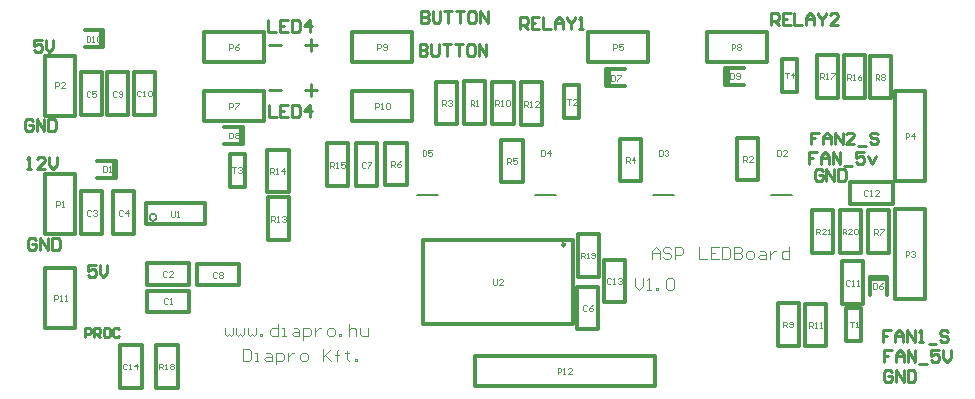
<source format=gto>
%FSLAX25Y25*%
%MOIN*%
G70*
G01*
G75*
G04 Layer_Color=65535*
%ADD10R,0.04921X0.06299*%
%ADD11R,0.05118X0.03937*%
%ADD12R,0.03937X0.05118*%
%ADD13R,0.07284X0.04724*%
%ADD14O,0.02362X0.08661*%
%ADD15R,0.02362X0.08661*%
%ADD16R,0.04724X0.02559*%
%ADD17R,0.02362X0.09449*%
%ADD18O,0.02362X0.09449*%
%ADD19R,0.06299X0.04921*%
G04:AMPARAMS|DCode=20|XSize=157.48mil|YSize=59.06mil|CornerRadius=14.76mil|HoleSize=0mil|Usage=FLASHONLY|Rotation=0.000|XOffset=0mil|YOffset=0mil|HoleType=Round|Shape=RoundedRectangle|*
%AMROUNDEDRECTD20*
21,1,0.15748,0.02953,0,0,0.0*
21,1,0.12795,0.05906,0,0,0.0*
1,1,0.02953,0.06398,-0.01476*
1,1,0.02953,-0.06398,-0.01476*
1,1,0.02953,-0.06398,0.01476*
1,1,0.02953,0.06398,0.01476*
%
%ADD20ROUNDEDRECTD20*%
G04:AMPARAMS|DCode=21|XSize=157.48mil|YSize=59.06mil|CornerRadius=14.76mil|HoleSize=0mil|Usage=FLASHONLY|Rotation=90.000|XOffset=0mil|YOffset=0mil|HoleType=Round|Shape=RoundedRectangle|*
%AMROUNDEDRECTD21*
21,1,0.15748,0.02953,0,0,90.0*
21,1,0.12795,0.05906,0,0,90.0*
1,1,0.02953,0.01476,0.06398*
1,1,0.02953,0.01476,-0.06398*
1,1,0.02953,-0.01476,-0.06398*
1,1,0.02953,-0.01476,0.06398*
%
%ADD21ROUNDEDRECTD21*%
%ADD22C,0.01000*%
%ADD23C,0.01200*%
%ADD24C,0.02000*%
%ADD25C,0.03937*%
%ADD26C,0.00394*%
G04:AMPARAMS|DCode=27|XSize=78.74mil|YSize=60mil|CornerRadius=0mil|HoleSize=0mil|Usage=FLASHONLY|Rotation=0.000|XOffset=0mil|YOffset=0mil|HoleType=Round|Shape=Octagon|*
%AMOCTAGOND27*
4,1,8,0.03937,-0.01500,0.03937,0.01500,0.02437,0.03000,-0.02437,0.03000,-0.03937,0.01500,-0.03937,-0.01500,-0.02437,-0.03000,0.02437,-0.03000,0.03937,-0.01500,0.0*
%
%ADD27OCTAGOND27*%

%ADD28R,0.05906X0.05906*%
%ADD29C,0.05906*%
%ADD30R,0.05906X0.05906*%
%ADD31C,0.06000*%
%ADD32C,0.05000*%
%ADD33C,0.00984*%
%ADD34C,0.00787*%
D22*
X-229700Y273136D02*
Y269200D01*
X-227076D01*
X-223140Y273136D02*
X-225764D01*
Y269200D01*
X-223140D01*
X-225764Y271168D02*
X-224452D01*
X-221829Y273136D02*
Y269200D01*
X-219861D01*
X-219205Y269856D01*
Y272480D01*
X-219861Y273136D01*
X-221829D01*
X-215925Y269200D02*
Y273136D01*
X-217893Y271168D01*
X-215269D01*
X-310200Y251900D02*
X-308888D01*
X-309544D01*
Y255836D01*
X-310200Y255180D01*
X-304296Y251900D02*
X-306920D01*
X-304296Y254524D01*
Y255180D01*
X-304952Y255836D01*
X-306264D01*
X-306920Y255180D01*
X-302984Y255836D02*
Y253212D01*
X-301673Y251900D01*
X-300361Y253212D01*
Y255836D01*
X-21976Y184180D02*
X-22632Y184836D01*
X-23944D01*
X-24600Y184180D01*
Y181556D01*
X-23944Y180900D01*
X-22632D01*
X-21976Y181556D01*
Y182868D01*
X-23288D01*
X-20664Y180900D02*
Y184836D01*
X-18040Y180900D01*
Y184836D01*
X-16728D02*
Y180900D01*
X-14761D01*
X-14105Y181556D01*
Y184180D01*
X-14761Y184836D01*
X-16728D01*
X-21976Y191636D02*
X-24600D01*
Y189668D01*
X-23288D01*
X-24600D01*
Y187700D01*
X-20664D02*
Y190324D01*
X-19352Y191636D01*
X-18040Y190324D01*
Y187700D01*
Y189668D01*
X-20664D01*
X-16728Y187700D02*
Y191636D01*
X-14105Y187700D01*
Y191636D01*
X-12793Y187044D02*
X-10169D01*
X-6233Y191636D02*
X-8857D01*
Y189668D01*
X-7545Y190324D01*
X-6889D01*
X-6233Y189668D01*
Y188356D01*
X-6889Y187700D01*
X-8201D01*
X-8857Y188356D01*
X-4921Y191636D02*
Y189012D01*
X-3609Y187700D01*
X-2297Y189012D01*
Y191636D01*
X-22176Y198136D02*
X-24800D01*
Y196168D01*
X-23488D01*
X-24800D01*
Y194200D01*
X-20864D02*
Y196824D01*
X-19552Y198136D01*
X-18240Y196824D01*
Y194200D01*
Y196168D01*
X-20864D01*
X-16928Y194200D02*
Y198136D01*
X-14305Y194200D01*
Y198136D01*
X-12993Y194200D02*
X-11681D01*
X-12337D01*
Y198136D01*
X-12993Y197480D01*
X-9713Y193544D02*
X-7089D01*
X-3153Y197480D02*
X-3809Y198136D01*
X-5121D01*
X-5777Y197480D01*
Y196824D01*
X-5121Y196168D01*
X-3809D01*
X-3153Y195512D01*
Y194856D01*
X-3809Y194200D01*
X-5121D01*
X-5777Y194856D01*
X-45076Y251180D02*
X-45732Y251836D01*
X-47044D01*
X-47700Y251180D01*
Y248556D01*
X-47044Y247900D01*
X-45732D01*
X-45076Y248556D01*
Y249868D01*
X-46388D01*
X-43764Y247900D02*
Y251836D01*
X-41140Y247900D01*
Y251836D01*
X-39829D02*
Y247900D01*
X-37861D01*
X-37205Y248556D01*
Y251180D01*
X-37861Y251836D01*
X-39829D01*
X-46976Y257636D02*
X-49600D01*
Y255668D01*
X-48288D01*
X-49600D01*
Y253700D01*
X-45664D02*
Y256324D01*
X-44352Y257636D01*
X-43040Y256324D01*
Y253700D01*
Y255668D01*
X-45664D01*
X-41728Y253700D02*
Y257636D01*
X-39105Y253700D01*
Y257636D01*
X-37793Y253044D02*
X-35169D01*
X-31233Y257636D02*
X-33857D01*
Y255668D01*
X-32545Y256324D01*
X-31889D01*
X-31233Y255668D01*
Y254356D01*
X-31889Y253700D01*
X-33201D01*
X-33857Y254356D01*
X-29921Y256324D02*
X-28609Y253700D01*
X-27297Y256324D01*
X-46276Y264071D02*
X-48900D01*
Y262104D01*
X-47588D01*
X-48900D01*
Y260136D01*
X-44964D02*
Y262760D01*
X-43652Y264071D01*
X-42340Y262760D01*
Y260136D01*
Y262104D01*
X-44964D01*
X-41028Y260136D02*
Y264071D01*
X-38405Y260136D01*
Y264071D01*
X-34469Y260136D02*
X-37093D01*
X-34469Y262760D01*
Y263416D01*
X-35125Y264071D01*
X-36437D01*
X-37093Y263416D01*
X-33157Y259480D02*
X-30533D01*
X-26597Y263416D02*
X-27253Y264071D01*
X-28565D01*
X-29221Y263416D01*
Y262760D01*
X-28565Y262104D01*
X-27253D01*
X-26597Y261448D01*
Y260792D01*
X-27253Y260136D01*
X-28565D01*
X-29221Y260792D01*
X-62300Y300000D02*
Y303936D01*
X-60332D01*
X-59676Y303280D01*
Y301968D01*
X-60332Y301312D01*
X-62300D01*
X-60988D02*
X-59676Y300000D01*
X-55740Y303936D02*
X-58364D01*
Y300000D01*
X-55740D01*
X-58364Y301968D02*
X-57052D01*
X-54428Y303936D02*
Y300000D01*
X-51805D01*
X-50493D02*
Y302624D01*
X-49181Y303936D01*
X-47869Y302624D01*
Y300000D01*
Y301968D01*
X-50493D01*
X-46557Y303936D02*
Y303280D01*
X-45245Y301968D01*
X-43933Y303280D01*
Y303936D01*
X-45245Y301968D02*
Y300000D01*
X-39998D02*
X-42621D01*
X-39998Y302624D01*
Y303280D01*
X-40653Y303936D01*
X-41965D01*
X-42621Y303280D01*
X-146000Y298600D02*
Y302536D01*
X-144032D01*
X-143376Y301880D01*
Y300568D01*
X-144032Y299912D01*
X-146000D01*
X-144688D02*
X-143376Y298600D01*
X-139440Y302536D02*
X-142064D01*
Y298600D01*
X-139440D01*
X-142064Y300568D02*
X-140752D01*
X-138128Y302536D02*
Y298600D01*
X-135505D01*
X-134193D02*
Y301224D01*
X-132881Y302536D01*
X-131569Y301224D01*
Y298600D01*
Y300568D01*
X-134193D01*
X-130257Y302536D02*
Y301880D01*
X-128945Y300568D01*
X-127633Y301880D01*
Y302536D01*
X-128945Y300568D02*
Y298600D01*
X-126321D02*
X-125009D01*
X-125665D01*
Y302536D01*
X-126321Y301880D01*
X-179400Y293636D02*
Y289700D01*
X-177432D01*
X-176776Y290356D01*
Y291012D01*
X-177432Y291668D01*
X-179400D01*
X-177432D01*
X-176776Y292324D01*
Y292980D01*
X-177432Y293636D01*
X-179400D01*
X-175464D02*
Y290356D01*
X-174808Y289700D01*
X-173496D01*
X-172840Y290356D01*
Y293636D01*
X-171528D02*
X-168905D01*
X-170217D01*
Y289700D01*
X-167593Y293636D02*
X-164969D01*
X-166281D01*
Y289700D01*
X-161689Y293636D02*
X-163001D01*
X-163657Y292980D01*
Y290356D01*
X-163001Y289700D01*
X-161689D01*
X-161033Y290356D01*
Y292980D01*
X-161689Y293636D01*
X-159721Y289700D02*
Y293636D01*
X-157097Y289700D01*
Y293636D01*
X-291000Y195800D02*
Y198949D01*
X-289426D01*
X-288901Y198424D01*
Y197374D01*
X-289426Y196850D01*
X-291000D01*
X-287851Y195800D02*
Y198949D01*
X-286277D01*
X-285752Y198424D01*
Y197374D01*
X-286277Y196850D01*
X-287851D01*
X-286802D02*
X-285752Y195800D01*
X-283128Y198949D02*
X-284178D01*
X-284703Y198424D01*
Y196325D01*
X-284178Y195800D01*
X-283128D01*
X-282604Y196325D01*
Y198424D01*
X-283128Y198949D01*
X-279455Y198424D02*
X-279980Y198949D01*
X-281030D01*
X-281554Y198424D01*
Y196325D01*
X-281030Y195800D01*
X-279980D01*
X-279455Y196325D01*
X-287376Y219836D02*
X-290000D01*
Y217868D01*
X-288688Y218524D01*
X-288032D01*
X-287376Y217868D01*
Y216556D01*
X-288032Y215900D01*
X-289344D01*
X-290000Y216556D01*
X-286064Y219836D02*
Y217212D01*
X-284752Y215900D01*
X-283440Y217212D01*
Y219836D01*
X-307176Y228280D02*
X-307832Y228936D01*
X-309144D01*
X-309800Y228280D01*
Y225656D01*
X-309144Y225000D01*
X-307832D01*
X-307176Y225656D01*
Y226968D01*
X-308488D01*
X-305864Y225000D02*
Y228936D01*
X-303240Y225000D01*
Y228936D01*
X-301928D02*
Y225000D01*
X-299961D01*
X-299305Y225656D01*
Y228280D01*
X-299961Y228936D01*
X-301928D01*
X-308376Y267880D02*
X-309032Y268536D01*
X-310344D01*
X-311000Y267880D01*
Y265256D01*
X-310344Y264600D01*
X-309032D01*
X-308376Y265256D01*
Y266568D01*
X-309688D01*
X-307064Y264600D02*
Y268536D01*
X-304440Y264600D01*
Y268536D01*
X-303129D02*
Y264600D01*
X-301161D01*
X-300505Y265256D01*
Y267880D01*
X-301161Y268536D01*
X-303129D01*
X-305376Y294936D02*
X-308000D01*
Y292968D01*
X-306688Y293624D01*
X-306032D01*
X-305376Y292968D01*
Y291656D01*
X-306032Y291000D01*
X-307344D01*
X-308000Y291656D01*
X-304064Y294936D02*
Y292312D01*
X-302752Y291000D01*
X-301440Y292312D01*
Y294936D01*
X-229500Y278399D02*
X-225501D01*
X-217504D02*
X-213505D01*
X-215505Y280398D02*
Y276400D01*
X-229600Y293199D02*
X-225601D01*
X-217604D02*
X-213605D01*
X-215604Y295198D02*
Y291200D01*
X-179000Y304636D02*
Y300700D01*
X-177032D01*
X-176376Y301356D01*
Y302012D01*
X-177032Y302668D01*
X-179000D01*
X-177032D01*
X-176376Y303324D01*
Y303980D01*
X-177032Y304636D01*
X-179000D01*
X-175064D02*
Y301356D01*
X-174408Y300700D01*
X-173096D01*
X-172440Y301356D01*
Y304636D01*
X-171128D02*
X-168505D01*
X-169817D01*
Y300700D01*
X-167193Y304636D02*
X-164569D01*
X-165881D01*
Y300700D01*
X-161289Y304636D02*
X-162601D01*
X-163257Y303980D01*
Y301356D01*
X-162601Y300700D01*
X-161289D01*
X-160633Y301356D01*
Y303980D01*
X-161289Y304636D01*
X-159321Y300700D02*
Y304636D01*
X-156697Y300700D01*
Y304636D01*
X-229800Y301636D02*
Y297700D01*
X-227176D01*
X-223240Y301636D02*
X-225864D01*
Y297700D01*
X-223240D01*
X-225864Y299668D02*
X-224552D01*
X-221929Y301636D02*
Y297700D01*
X-219961D01*
X-219305Y298356D01*
Y300980D01*
X-219961Y301636D01*
X-221929D01*
X-216025Y297700D02*
Y301636D01*
X-217993Y299668D01*
X-215369D01*
D23*
X-291050Y298156D02*
X-284750D01*
X-291050Y292644D02*
X-284750D01*
Y298156D01*
X-285498Y292644D02*
Y298156D01*
X-117843Y207513D02*
Y221687D01*
X-110757D01*
Y207513D02*
Y221687D01*
X-117843Y207513D02*
X-110757D01*
X-38643Y206913D02*
Y221087D01*
X-31557D01*
Y206913D02*
Y221087D01*
X-38643Y206913D02*
X-31557D01*
X-35787Y240357D02*
X-21613D01*
X-35787D02*
Y247443D01*
X-21613D01*
Y240357D02*
Y247443D01*
X-283643Y269913D02*
Y284087D01*
X-276557D01*
Y269913D02*
Y284087D01*
X-283643Y269913D02*
X-276557D01*
X-274643Y270013D02*
Y284187D01*
X-267557D01*
Y270013D02*
Y284187D01*
X-274643Y270013D02*
X-267557D01*
X-253587Y220243D02*
X-239413D01*
Y213157D02*
Y220243D01*
X-253587Y213157D02*
X-239413D01*
X-253587D02*
Y220243D01*
X-279143Y179013D02*
Y193187D01*
X-272057D01*
Y179013D02*
Y193187D01*
X-279143Y179013D02*
X-272057D01*
X-178300Y200200D02*
Y228200D01*
X-128400Y200200D02*
Y228200D01*
X-178300Y200200D02*
X-128400D01*
X-178300Y228200D02*
X-128400D01*
X-200643Y246313D02*
X-193557D01*
Y260487D01*
X-200643D02*
X-193557D01*
X-200643Y246313D02*
Y260487D01*
X-77450Y280044D02*
X-71150D01*
X-77450Y285556D02*
X-71150D01*
X-77450Y280044D02*
Y285556D01*
X-76702Y280044D02*
Y285556D01*
X-20748Y247925D02*
Y277925D01*
Y247925D02*
X-10748D01*
Y277925D01*
X-20748D02*
X-10748D01*
X-304213Y198870D02*
X-294213D01*
X-304213D02*
Y218870D01*
X-294213D01*
Y198870D02*
Y218870D01*
X-160900Y179500D02*
Y189500D01*
X-100900Y179500D02*
Y189500D01*
X-160900Y179500D02*
X-100900D01*
X-160900Y189500D02*
X-100900D01*
X-58600Y288612D02*
X-53600D01*
X-58600Y277588D02*
X-53600D01*
X-58600D02*
Y288612D01*
X-53600Y277588D02*
Y288612D01*
X-270592Y233457D02*
X-250907D01*
X-270592Y240543D02*
X-250907D01*
X-270592Y233457D02*
Y240543D01*
X-250907Y233457D02*
Y240543D01*
X-22257Y275413D02*
Y289587D01*
X-29343Y275413D02*
X-22257D01*
X-29343D02*
Y289587D01*
X-22257D01*
X-242700Y257012D02*
X-237700D01*
X-242700Y245988D02*
X-237700D01*
X-242700D02*
Y257012D01*
X-237700Y245988D02*
Y257012D01*
X-131200Y268788D02*
X-126200D01*
X-131200Y279812D02*
X-126200D01*
Y268788D02*
Y279812D01*
X-131200Y268788D02*
Y279812D01*
X-37100Y194588D02*
X-32100D01*
X-37100Y205612D02*
X-32100D01*
Y194588D02*
Y205612D01*
X-37100Y194588D02*
Y205612D01*
X-39857Y275713D02*
Y289887D01*
X-46943Y275713D02*
X-39857D01*
X-46943D02*
Y289887D01*
X-39857D01*
X-30957Y275613D02*
Y289787D01*
X-38043Y275613D02*
X-30957D01*
X-38043D02*
Y289787D01*
X-30957D01*
X-223057Y244113D02*
Y258287D01*
X-230143Y244113D02*
X-223057D01*
X-230143D02*
Y258287D01*
X-223057D01*
X-222857Y228313D02*
Y242487D01*
X-229943Y228313D02*
X-222857D01*
X-229943D02*
Y242487D01*
X-222857D01*
X-145543Y266613D02*
Y280787D01*
X-138457D01*
Y266613D02*
Y280787D01*
X-145543Y266613D02*
X-138457D01*
X-51043Y192813D02*
Y206987D01*
X-43957D01*
Y192813D02*
Y206987D01*
X-51043Y192813D02*
X-43957D01*
X-148057Y266813D02*
Y280987D01*
X-155143Y266813D02*
X-148057D01*
X-155143D02*
Y280987D01*
X-148057D01*
X-52957Y193013D02*
Y207187D01*
X-60043Y193013D02*
X-52957D01*
X-60043D02*
Y207187D01*
X-52957D01*
X-22857Y223913D02*
Y238087D01*
X-29943Y223913D02*
X-22857D01*
X-29943D02*
Y238087D01*
X-22857D01*
X-183707Y246463D02*
Y260637D01*
X-190793Y246463D02*
X-183707D01*
X-190793D02*
Y260637D01*
X-183707D01*
X-145057Y247413D02*
Y261587D01*
X-152143Y247413D02*
X-145057D01*
X-152143D02*
Y261587D01*
X-145057D01*
X-105557Y247813D02*
Y261987D01*
X-112643Y247813D02*
X-105557D01*
X-112643D02*
Y261987D01*
X-105557D01*
X-173843Y266863D02*
Y281037D01*
X-166757D01*
Y266863D02*
Y281037D01*
X-173843Y266863D02*
X-166757D01*
X-66457Y248113D02*
Y262287D01*
X-73543Y248113D02*
X-66457D01*
X-73543D02*
Y262287D01*
X-66457D01*
X-164643Y266913D02*
Y281087D01*
X-157557D01*
Y266913D02*
Y281087D01*
X-164643Y266913D02*
X-157557D01*
X-181850Y267925D02*
Y277925D01*
X-201850Y267925D02*
X-181850D01*
X-201850D02*
Y277925D01*
X-181850D01*
Y287610D02*
Y297610D01*
X-201850Y287610D02*
X-181850D01*
X-201850D02*
Y297610D01*
X-181850D01*
X-63740Y287610D02*
Y297610D01*
X-83740Y287610D02*
X-63740D01*
X-83740D02*
Y297610D01*
X-63740D01*
X-103110Y287610D02*
Y297610D01*
X-123110Y287610D02*
X-103110D01*
X-123110D02*
Y297610D01*
X-103110D01*
X-20748Y208555D02*
Y238555D01*
Y208555D02*
X-10748D01*
Y238555D01*
X-20748D02*
X-10748D01*
X-304213Y269736D02*
X-294213D01*
X-304213D02*
Y289736D01*
X-294213D01*
Y269736D02*
Y289736D01*
X-304213Y230366D02*
X-294213D01*
X-304213D02*
Y250366D01*
X-294213D01*
Y230366D02*
Y250366D01*
X-244550Y265856D02*
X-238250D01*
X-244550Y260344D02*
X-238250D01*
Y265856D01*
X-238998Y260344D02*
Y265856D01*
X-117150Y279644D02*
X-110850D01*
X-117150Y285156D02*
X-110850D01*
X-117150Y279644D02*
Y285156D01*
X-116402Y279644D02*
Y285156D01*
X-29256Y209750D02*
Y216050D01*
X-23744Y209750D02*
Y216050D01*
X-29256D02*
X-23744D01*
X-29256Y215302D02*
X-23744D01*
X-286750Y254556D02*
X-280450D01*
X-286750Y249044D02*
X-280450D01*
Y254556D01*
X-281198Y249044D02*
Y254556D01*
X-126943Y212587D02*
X-119857D01*
X-126943Y198413D02*
Y212587D01*
Y198413D02*
X-119857D01*
Y212587D01*
X-292343Y269913D02*
X-285257D01*
Y284087D01*
X-292343D02*
X-285257D01*
X-292343Y269913D02*
Y284087D01*
X-281543Y230313D02*
X-274457D01*
Y244487D01*
X-281543D02*
X-274457D01*
X-281543Y230313D02*
Y244487D01*
X-292243Y230313D02*
X-285157D01*
Y244487D01*
X-292243D02*
X-285157D01*
X-292243Y230313D02*
Y244487D01*
X-256113Y213357D02*
Y220443D01*
X-270287D02*
X-256113D01*
X-270287Y213357D02*
Y220443D01*
Y213357D02*
X-256113D01*
X-256213Y204257D02*
Y211343D01*
X-270387D02*
X-256213D01*
X-270387Y204257D02*
Y211343D01*
Y204257D02*
X-256213D01*
X-267143Y193187D02*
X-260057D01*
X-267143Y179013D02*
Y193187D01*
Y179013D02*
X-260057D01*
Y193187D01*
X-251220Y287610D02*
Y297610D01*
X-231221D01*
Y287610D02*
Y297610D01*
X-251220Y287610D02*
X-231221D01*
X-251220Y267925D02*
Y277925D01*
X-231221D01*
Y267925D02*
Y277925D01*
X-251220Y267925D02*
X-231221D01*
X-210243Y246313D02*
Y260487D01*
X-203157D01*
Y246313D02*
Y260487D01*
X-210243Y246313D02*
X-203157D01*
X-39343Y238187D02*
X-32257D01*
X-39343Y224013D02*
Y238187D01*
Y224013D02*
X-32257D01*
Y238187D01*
X-48543D02*
X-41457D01*
X-48543Y224013D02*
Y238187D01*
Y224013D02*
X-41457D01*
Y238187D01*
X-126743Y230187D02*
X-119657D01*
X-126743Y216013D02*
Y230187D01*
Y216013D02*
X-119657D01*
Y230187D01*
D26*
X-290400Y296368D02*
Y294400D01*
X-289416D01*
X-289088Y294728D01*
Y296040D01*
X-289416Y296368D01*
X-290400D01*
X-288432Y294400D02*
X-287776D01*
X-288104D01*
Y296368D01*
X-288432Y296040D01*
X-286792D02*
X-286464Y296368D01*
X-285808D01*
X-285480Y296040D01*
Y294728D01*
X-285808Y294400D01*
X-286464D01*
X-286792Y294728D01*
Y296040D01*
X-115488Y215240D02*
X-115816Y215568D01*
X-116472D01*
X-116800Y215240D01*
Y213928D01*
X-116472Y213600D01*
X-115816D01*
X-115488Y213928D01*
X-114832Y213600D02*
X-114176D01*
X-114504D01*
Y215568D01*
X-114832Y215240D01*
X-113192D02*
X-112864Y215568D01*
X-112208D01*
X-111880Y215240D01*
Y214912D01*
X-112208Y214584D01*
X-112536D01*
X-112208D01*
X-111880Y214256D01*
Y213928D01*
X-112208Y213600D01*
X-112864D01*
X-113192Y213928D01*
X-35888Y214640D02*
X-36216Y214968D01*
X-36872D01*
X-37200Y214640D01*
Y213328D01*
X-36872Y213000D01*
X-36216D01*
X-35888Y213328D01*
X-35232Y213000D02*
X-34576D01*
X-34904D01*
Y214968D01*
X-35232Y214640D01*
X-33592Y213000D02*
X-32936D01*
X-33264D01*
Y214968D01*
X-33592Y214640D01*
X-29888Y244540D02*
X-30216Y244868D01*
X-30872D01*
X-31200Y244540D01*
Y243228D01*
X-30872Y242900D01*
X-30216D01*
X-29888Y243228D01*
X-29232Y242900D02*
X-28576D01*
X-28904D01*
Y244868D01*
X-29232Y244540D01*
X-26280Y242900D02*
X-27592D01*
X-26280Y244212D01*
Y244540D01*
X-26608Y244868D01*
X-27264D01*
X-27592Y244540D01*
X-280388Y277640D02*
X-280716Y277968D01*
X-281372D01*
X-281700Y277640D01*
Y276328D01*
X-281372Y276000D01*
X-280716D01*
X-280388Y276328D01*
X-279732D02*
X-279404Y276000D01*
X-278748D01*
X-278420Y276328D01*
Y277640D01*
X-278748Y277968D01*
X-279404D01*
X-279732Y277640D01*
Y277312D01*
X-279404Y276984D01*
X-278420D01*
X-272288Y277740D02*
X-272616Y278068D01*
X-273272D01*
X-273600Y277740D01*
Y276428D01*
X-273272Y276100D01*
X-272616D01*
X-272288Y276428D01*
X-271632Y276100D02*
X-270976D01*
X-271304D01*
Y278068D01*
X-271632Y277740D01*
X-269992D02*
X-269664Y278068D01*
X-269008D01*
X-268680Y277740D01*
Y276428D01*
X-269008Y276100D01*
X-269664D01*
X-269992Y276428D01*
Y277740D01*
X-246788Y217340D02*
X-247116Y217668D01*
X-247772D01*
X-248100Y217340D01*
Y216028D01*
X-247772Y215700D01*
X-247116D01*
X-246788Y216028D01*
X-246132Y217340D02*
X-245804Y217668D01*
X-245148D01*
X-244820Y217340D01*
Y217012D01*
X-245148Y216684D01*
X-244820Y216356D01*
Y216028D01*
X-245148Y215700D01*
X-245804D01*
X-246132Y216028D01*
Y216356D01*
X-245804Y216684D01*
X-246132Y217012D01*
Y217340D01*
X-245804Y216684D02*
X-245148D01*
X-276788Y186740D02*
X-277116Y187068D01*
X-277772D01*
X-278100Y186740D01*
Y185428D01*
X-277772Y185100D01*
X-277116D01*
X-276788Y185428D01*
X-276132Y185100D02*
X-275476D01*
X-275804D01*
Y187068D01*
X-276132Y186740D01*
X-273508Y185100D02*
Y187068D01*
X-274492Y186084D01*
X-273180D01*
X-27400Y281500D02*
Y283468D01*
X-26416D01*
X-26088Y283140D01*
Y282484D01*
X-26416Y282156D01*
X-27400D01*
X-26744D02*
X-26088Y281500D01*
X-25432Y283140D02*
X-25104Y283468D01*
X-24448D01*
X-24120Y283140D01*
Y282812D01*
X-24448Y282484D01*
X-24120Y282156D01*
Y281828D01*
X-24448Y281500D01*
X-25104D01*
X-25432Y281828D01*
Y282156D01*
X-25104Y282484D01*
X-25432Y282812D01*
Y283140D01*
X-25104Y282484D02*
X-24448D01*
X-262100Y237968D02*
Y236328D01*
X-261772Y236000D01*
X-261116D01*
X-260788Y236328D01*
Y237968D01*
X-260132Y236000D02*
X-259476D01*
X-259804D01*
Y237968D01*
X-260132Y237640D01*
X-57700Y284068D02*
X-56388D01*
X-57044D01*
Y282100D01*
X-54748D02*
Y284068D01*
X-55732Y283084D01*
X-54420D01*
X-241800Y252468D02*
X-240488D01*
X-241144D01*
Y250500D01*
X-239832Y252140D02*
X-239504Y252468D01*
X-238848D01*
X-238520Y252140D01*
Y251812D01*
X-238848Y251484D01*
X-239176D01*
X-238848D01*
X-238520Y251156D01*
Y250828D01*
X-238848Y250500D01*
X-239504D01*
X-239832Y250828D01*
X-130300Y275268D02*
X-128988D01*
X-129644D01*
Y273300D01*
X-127020D02*
X-128332D01*
X-127020Y274612D01*
Y274940D01*
X-127348Y275268D01*
X-128004D01*
X-128332Y274940D01*
X-35900Y201068D02*
X-34588D01*
X-35244D01*
Y199100D01*
X-33932D02*
X-33276D01*
X-33604D01*
Y201068D01*
X-33932Y200740D01*
X-45900Y281800D02*
Y283768D01*
X-44916D01*
X-44588Y283440D01*
Y282784D01*
X-44916Y282456D01*
X-45900D01*
X-45244D02*
X-44588Y281800D01*
X-43932D02*
X-43276D01*
X-43604D01*
Y283768D01*
X-43932Y283440D01*
X-42292Y283768D02*
X-40980D01*
Y283440D01*
X-42292Y282128D01*
Y281800D01*
X-37000Y281700D02*
Y283668D01*
X-36016D01*
X-35688Y283340D01*
Y282684D01*
X-36016Y282356D01*
X-37000D01*
X-36344D02*
X-35688Y281700D01*
X-35032D02*
X-34376D01*
X-34704D01*
Y283668D01*
X-35032Y283340D01*
X-32080Y283668D02*
X-32736Y283340D01*
X-33392Y282684D01*
Y282028D01*
X-33064Y281700D01*
X-32408D01*
X-32080Y282028D01*
Y282356D01*
X-32408Y282684D01*
X-33392D01*
X-209200Y252400D02*
Y254368D01*
X-208216D01*
X-207888Y254040D01*
Y253384D01*
X-208216Y253056D01*
X-209200D01*
X-208544D02*
X-207888Y252400D01*
X-207232D02*
X-206576D01*
X-206904D01*
Y254368D01*
X-207232Y254040D01*
X-204280Y254368D02*
X-205592D01*
Y253384D01*
X-204936Y253712D01*
X-204608D01*
X-204280Y253384D01*
Y252728D01*
X-204608Y252400D01*
X-205264D01*
X-205592Y252728D01*
X-229100Y250200D02*
Y252168D01*
X-228116D01*
X-227788Y251840D01*
Y251184D01*
X-228116Y250856D01*
X-229100D01*
X-228444D02*
X-227788Y250200D01*
X-227132D02*
X-226476D01*
X-226804D01*
Y252168D01*
X-227132Y251840D01*
X-224508Y250200D02*
Y252168D01*
X-225492Y251184D01*
X-224180D01*
X-228900Y234400D02*
Y236368D01*
X-227916D01*
X-227588Y236040D01*
Y235384D01*
X-227916Y235056D01*
X-228900D01*
X-228244D02*
X-227588Y234400D01*
X-226932D02*
X-226276D01*
X-226604D01*
Y236368D01*
X-226932Y236040D01*
X-225292D02*
X-224964Y236368D01*
X-224308D01*
X-223980Y236040D01*
Y235712D01*
X-224308Y235384D01*
X-224636D01*
X-224308D01*
X-223980Y235056D01*
Y234728D01*
X-224308Y234400D01*
X-224964D01*
X-225292Y234728D01*
X-144500Y272700D02*
Y274668D01*
X-143516D01*
X-143188Y274340D01*
Y273684D01*
X-143516Y273356D01*
X-144500D01*
X-143844D02*
X-143188Y272700D01*
X-142532D02*
X-141876D01*
X-142204D01*
Y274668D01*
X-142532Y274340D01*
X-139580Y272700D02*
X-140892D01*
X-139580Y274012D01*
Y274340D01*
X-139908Y274668D01*
X-140564D01*
X-140892Y274340D01*
X-49600Y198900D02*
Y200868D01*
X-48616D01*
X-48288Y200540D01*
Y199884D01*
X-48616Y199556D01*
X-49600D01*
X-48944D02*
X-48288Y198900D01*
X-47632D02*
X-46976D01*
X-47304D01*
Y200868D01*
X-47632Y200540D01*
X-45992Y198900D02*
X-45336D01*
X-45664D01*
Y200868D01*
X-45992Y200540D01*
X-154100Y272900D02*
Y274868D01*
X-153116D01*
X-152788Y274540D01*
Y273884D01*
X-153116Y273556D01*
X-154100D01*
X-153444D02*
X-152788Y272900D01*
X-152132D02*
X-151476D01*
X-151804D01*
Y274868D01*
X-152132Y274540D01*
X-150492D02*
X-150164Y274868D01*
X-149508D01*
X-149180Y274540D01*
Y273228D01*
X-149508Y272900D01*
X-150164D01*
X-150492Y273228D01*
Y274540D01*
X-58100Y199100D02*
Y201068D01*
X-57116D01*
X-56788Y200740D01*
Y200084D01*
X-57116Y199756D01*
X-58100D01*
X-57444D02*
X-56788Y199100D01*
X-56132Y199428D02*
X-55804Y199100D01*
X-55148D01*
X-54820Y199428D01*
Y200740D01*
X-55148Y201068D01*
X-55804D01*
X-56132Y200740D01*
Y200412D01*
X-55804Y200084D01*
X-54820D01*
X-28000Y230000D02*
Y231968D01*
X-27016D01*
X-26688Y231640D01*
Y230984D01*
X-27016Y230656D01*
X-28000D01*
X-27344D02*
X-26688Y230000D01*
X-26032Y231968D02*
X-24720D01*
Y231640D01*
X-26032Y230328D01*
Y230000D01*
X-188900Y252600D02*
Y254568D01*
X-187916D01*
X-187588Y254240D01*
Y253584D01*
X-187916Y253256D01*
X-188900D01*
X-188244D02*
X-187588Y252600D01*
X-185620Y254568D02*
X-186276Y254240D01*
X-186932Y253584D01*
Y252928D01*
X-186604Y252600D01*
X-185948D01*
X-185620Y252928D01*
Y253256D01*
X-185948Y253584D01*
X-186932D01*
X-150200Y253500D02*
Y255468D01*
X-149216D01*
X-148888Y255140D01*
Y254484D01*
X-149216Y254156D01*
X-150200D01*
X-149544D02*
X-148888Y253500D01*
X-146920Y255468D02*
X-148232D01*
Y254484D01*
X-147576Y254812D01*
X-147248D01*
X-146920Y254484D01*
Y253828D01*
X-147248Y253500D01*
X-147904D01*
X-148232Y253828D01*
X-110700Y253900D02*
Y255868D01*
X-109716D01*
X-109388Y255540D01*
Y254884D01*
X-109716Y254556D01*
X-110700D01*
X-110044D02*
X-109388Y253900D01*
X-107748D02*
Y255868D01*
X-108732Y254884D01*
X-107420D01*
X-171900Y273000D02*
Y274968D01*
X-170916D01*
X-170588Y274640D01*
Y273984D01*
X-170916Y273656D01*
X-171900D01*
X-171244D02*
X-170588Y273000D01*
X-169932Y274640D02*
X-169604Y274968D01*
X-168948D01*
X-168620Y274640D01*
Y274312D01*
X-168948Y273984D01*
X-169276D01*
X-168948D01*
X-168620Y273656D01*
Y273328D01*
X-168948Y273000D01*
X-169604D01*
X-169932Y273328D01*
X-71600Y254200D02*
Y256168D01*
X-70616D01*
X-70288Y255840D01*
Y255184D01*
X-70616Y254856D01*
X-71600D01*
X-70944D02*
X-70288Y254200D01*
X-68320D02*
X-69632D01*
X-68320Y255512D01*
Y255840D01*
X-68648Y256168D01*
X-69304D01*
X-69632Y255840D01*
X-162400Y273000D02*
Y274968D01*
X-161416D01*
X-161088Y274640D01*
Y273984D01*
X-161416Y273656D01*
X-162400D01*
X-161744D02*
X-161088Y273000D01*
X-160432D02*
X-159776D01*
X-160104D01*
Y274968D01*
X-160432Y274640D01*
X-133400Y183500D02*
Y185468D01*
X-132416D01*
X-132088Y185140D01*
Y184484D01*
X-132416Y184156D01*
X-133400D01*
X-131432Y183500D02*
X-130776D01*
X-131104D01*
Y185468D01*
X-131432Y185140D01*
X-128480Y183500D02*
X-129792D01*
X-128480Y184812D01*
Y185140D01*
X-128808Y185468D01*
X-129464D01*
X-129792Y185140D01*
X-301300Y207900D02*
Y209868D01*
X-300316D01*
X-299988Y209540D01*
Y208884D01*
X-300316Y208556D01*
X-301300D01*
X-299332Y207900D02*
X-298676D01*
X-299004D01*
Y209868D01*
X-299332Y209540D01*
X-297692Y207900D02*
X-297036D01*
X-297364D01*
Y209868D01*
X-297692Y209540D01*
X-194300Y271900D02*
Y273868D01*
X-193316D01*
X-192988Y273540D01*
Y272884D01*
X-193316Y272556D01*
X-194300D01*
X-192332Y271900D02*
X-191676D01*
X-192004D01*
Y273868D01*
X-192332Y273540D01*
X-190692D02*
X-190364Y273868D01*
X-189708D01*
X-189380Y273540D01*
Y272228D01*
X-189708Y271900D01*
X-190364D01*
X-190692Y272228D01*
Y273540D01*
X-193500Y291600D02*
Y293568D01*
X-192516D01*
X-192188Y293240D01*
Y292584D01*
X-192516Y292256D01*
X-193500D01*
X-191532Y291928D02*
X-191204Y291600D01*
X-190548D01*
X-190220Y291928D01*
Y293240D01*
X-190548Y293568D01*
X-191204D01*
X-191532Y293240D01*
Y292912D01*
X-191204Y292584D01*
X-190220D01*
X-75400Y291600D02*
Y293568D01*
X-74416D01*
X-74088Y293240D01*
Y292584D01*
X-74416Y292256D01*
X-75400D01*
X-73432Y293240D02*
X-73104Y293568D01*
X-72448D01*
X-72120Y293240D01*
Y292912D01*
X-72448Y292584D01*
X-72120Y292256D01*
Y291928D01*
X-72448Y291600D01*
X-73104D01*
X-73432Y291928D01*
Y292256D01*
X-73104Y292584D01*
X-73432Y292912D01*
Y293240D01*
X-73104Y292584D02*
X-72448D01*
X-242900Y271900D02*
Y273868D01*
X-241916D01*
X-241588Y273540D01*
Y272884D01*
X-241916Y272556D01*
X-242900D01*
X-240932Y273868D02*
X-239620D01*
Y273540D01*
X-240932Y272228D01*
Y271900D01*
X-242900Y291600D02*
Y293568D01*
X-241916D01*
X-241588Y293240D01*
Y292584D01*
X-241916Y292256D01*
X-242900D01*
X-239620Y293568D02*
X-240276Y293240D01*
X-240932Y292584D01*
Y291928D01*
X-240604Y291600D01*
X-239948D01*
X-239620Y291928D01*
Y292256D01*
X-239948Y292584D01*
X-240932D01*
X-114800Y291600D02*
Y293568D01*
X-113816D01*
X-113488Y293240D01*
Y292584D01*
X-113816Y292256D01*
X-114800D01*
X-111520Y293568D02*
X-112832D01*
Y292584D01*
X-112176Y292912D01*
X-111848D01*
X-111520Y292584D01*
Y291928D01*
X-111848Y291600D01*
X-112504D01*
X-112832Y291928D01*
X-17400Y261900D02*
Y263868D01*
X-16416D01*
X-16088Y263540D01*
Y262884D01*
X-16416Y262556D01*
X-17400D01*
X-14448Y261900D02*
Y263868D01*
X-15432Y262884D01*
X-14120D01*
X-17400Y222600D02*
Y224568D01*
X-16416D01*
X-16088Y224240D01*
Y223584D01*
X-16416Y223256D01*
X-17400D01*
X-15432Y224240D02*
X-15104Y224568D01*
X-14448D01*
X-14120Y224240D01*
Y223912D01*
X-14448Y223584D01*
X-14776D01*
X-14448D01*
X-14120Y223256D01*
Y222928D01*
X-14448Y222600D01*
X-15104D01*
X-15432Y222928D01*
X-300900Y278800D02*
Y280768D01*
X-299916D01*
X-299588Y280440D01*
Y279784D01*
X-299916Y279456D01*
X-300900D01*
X-297620Y278800D02*
X-298932D01*
X-297620Y280112D01*
Y280440D01*
X-297948Y280768D01*
X-298604D01*
X-298932Y280440D01*
X-300500Y239400D02*
Y241368D01*
X-299516D01*
X-299188Y241040D01*
Y240384D01*
X-299516Y240056D01*
X-300500D01*
X-298532Y239400D02*
X-297876D01*
X-298204D01*
Y241368D01*
X-298532Y241040D01*
X-75900Y283768D02*
Y281800D01*
X-74916D01*
X-74588Y282128D01*
Y283440D01*
X-74916Y283768D01*
X-75900D01*
X-73932Y282128D02*
X-73604Y281800D01*
X-72948D01*
X-72620Y282128D01*
Y283440D01*
X-72948Y283768D01*
X-73604D01*
X-73932Y283440D01*
Y283112D01*
X-73604Y282784D01*
X-72620D01*
X-243000Y264068D02*
Y262100D01*
X-242016D01*
X-241688Y262428D01*
Y263740D01*
X-242016Y264068D01*
X-243000D01*
X-241032Y263740D02*
X-240704Y264068D01*
X-240048D01*
X-239720Y263740D01*
Y263412D01*
X-240048Y263084D01*
X-239720Y262756D01*
Y262428D01*
X-240048Y262100D01*
X-240704D01*
X-241032Y262428D01*
Y262756D01*
X-240704Y263084D01*
X-241032Y263412D01*
Y263740D01*
X-240704Y263084D02*
X-240048D01*
X-115600Y283368D02*
Y281400D01*
X-114616D01*
X-114288Y281728D01*
Y283040D01*
X-114616Y283368D01*
X-115600D01*
X-113632D02*
X-112320D01*
Y283040D01*
X-113632Y281728D01*
Y281400D01*
X-28100Y213868D02*
Y211900D01*
X-27116D01*
X-26788Y212228D01*
Y213540D01*
X-27116Y213868D01*
X-28100D01*
X-24820D02*
X-25476Y213540D01*
X-26132Y212884D01*
Y212228D01*
X-25804Y211900D01*
X-25148D01*
X-24820Y212228D01*
Y212556D01*
X-25148Y212884D01*
X-26132D01*
X-178400Y258168D02*
Y256200D01*
X-177416D01*
X-177088Y256528D01*
Y257840D01*
X-177416Y258168D01*
X-178400D01*
X-175120D02*
X-176432D01*
Y257184D01*
X-175776Y257512D01*
X-175448D01*
X-175120Y257184D01*
Y256528D01*
X-175448Y256200D01*
X-176104D01*
X-176432Y256528D01*
X-139000Y258168D02*
Y256200D01*
X-138016D01*
X-137688Y256528D01*
Y257840D01*
X-138016Y258168D01*
X-139000D01*
X-136048Y256200D02*
Y258168D01*
X-137032Y257184D01*
X-135720D01*
X-99700Y258168D02*
Y256200D01*
X-98716D01*
X-98388Y256528D01*
Y257840D01*
X-98716Y258168D01*
X-99700D01*
X-97732Y257840D02*
X-97404Y258168D01*
X-96748D01*
X-96420Y257840D01*
Y257512D01*
X-96748Y257184D01*
X-97076D01*
X-96748D01*
X-96420Y256856D01*
Y256528D01*
X-96748Y256200D01*
X-97404D01*
X-97732Y256528D01*
X-60300Y258168D02*
Y256200D01*
X-59316D01*
X-58988Y256528D01*
Y257840D01*
X-59316Y258168D01*
X-60300D01*
X-57020Y256200D02*
X-58332D01*
X-57020Y257512D01*
Y257840D01*
X-57348Y258168D01*
X-58004D01*
X-58332Y257840D01*
X-284900Y252768D02*
Y250800D01*
X-283916D01*
X-283588Y251128D01*
Y252440D01*
X-283916Y252768D01*
X-284900D01*
X-282932Y250800D02*
X-282276D01*
X-282604D01*
Y252768D01*
X-282932Y252440D01*
X-197388Y254040D02*
X-197716Y254368D01*
X-198372D01*
X-198700Y254040D01*
Y252728D01*
X-198372Y252400D01*
X-197716D01*
X-197388Y252728D01*
X-196732Y254368D02*
X-195420D01*
Y254040D01*
X-196732Y252728D01*
Y252400D01*
X-123688Y206140D02*
X-124016Y206468D01*
X-124672D01*
X-125000Y206140D01*
Y204828D01*
X-124672Y204500D01*
X-124016D01*
X-123688Y204828D01*
X-121720Y206468D02*
X-122376Y206140D01*
X-123032Y205484D01*
Y204828D01*
X-122704Y204500D01*
X-122048D01*
X-121720Y204828D01*
Y205156D01*
X-122048Y205484D01*
X-123032D01*
X-289088Y277640D02*
X-289416Y277968D01*
X-290072D01*
X-290400Y277640D01*
Y276328D01*
X-290072Y276000D01*
X-289416D01*
X-289088Y276328D01*
X-287120Y277968D02*
X-288432D01*
Y276984D01*
X-287776Y277312D01*
X-287448D01*
X-287120Y276984D01*
Y276328D01*
X-287448Y276000D01*
X-288104D01*
X-288432Y276328D01*
X-278288Y238040D02*
X-278616Y238368D01*
X-279272D01*
X-279600Y238040D01*
Y236728D01*
X-279272Y236400D01*
X-278616D01*
X-278288Y236728D01*
X-276648Y236400D02*
Y238368D01*
X-277632Y237384D01*
X-276320D01*
X-288988Y238040D02*
X-289316Y238368D01*
X-289972D01*
X-290300Y238040D01*
Y236728D01*
X-289972Y236400D01*
X-289316D01*
X-288988Y236728D01*
X-288332Y238040D02*
X-288004Y238368D01*
X-287348D01*
X-287020Y238040D01*
Y237712D01*
X-287348Y237384D01*
X-287676D01*
X-287348D01*
X-287020Y237056D01*
Y236728D01*
X-287348Y236400D01*
X-288004D01*
X-288332Y236728D01*
X-263488Y217540D02*
X-263816Y217868D01*
X-264472D01*
X-264800Y217540D01*
Y216228D01*
X-264472Y215900D01*
X-263816D01*
X-263488Y216228D01*
X-261520Y215900D02*
X-262832D01*
X-261520Y217212D01*
Y217540D01*
X-261848Y217868D01*
X-262504D01*
X-262832Y217540D01*
X-263288Y208440D02*
X-263616Y208768D01*
X-264272D01*
X-264600Y208440D01*
Y207128D01*
X-264272Y206800D01*
X-263616D01*
X-263288Y207128D01*
X-262632Y206800D02*
X-261976D01*
X-262304D01*
Y208768D01*
X-262632Y208440D01*
X-266100Y185100D02*
Y187068D01*
X-265116D01*
X-264788Y186740D01*
Y186084D01*
X-265116Y185756D01*
X-266100D01*
X-265444D02*
X-264788Y185100D01*
X-264132D02*
X-263476D01*
X-263804D01*
Y187068D01*
X-264132Y186740D01*
X-262492D02*
X-262164Y187068D01*
X-261508D01*
X-261180Y186740D01*
Y186412D01*
X-261508Y186084D01*
X-261180Y185756D01*
Y185428D01*
X-261508Y185100D01*
X-262164D01*
X-262492Y185428D01*
Y185756D01*
X-262164Y186084D01*
X-262492Y186412D01*
Y186740D01*
X-262164Y186084D02*
X-261508D01*
X-155000Y215168D02*
Y213528D01*
X-154672Y213200D01*
X-154016D01*
X-153688Y213528D01*
Y215168D01*
X-151720Y213200D02*
X-153032D01*
X-151720Y214512D01*
Y214840D01*
X-152048Y215168D01*
X-152704D01*
X-153032Y214840D01*
X-125700Y222100D02*
Y224068D01*
X-124716D01*
X-124388Y223740D01*
Y223084D01*
X-124716Y222756D01*
X-125700D01*
X-125044D02*
X-124388Y222100D01*
X-123732D02*
X-123076D01*
X-123404D01*
Y224068D01*
X-123732Y223740D01*
X-122092Y222428D02*
X-121764Y222100D01*
X-121108D01*
X-120780Y222428D01*
Y223740D01*
X-121108Y224068D01*
X-121764D01*
X-122092Y223740D01*
Y223412D01*
X-121764Y223084D01*
X-120780D01*
X-38400Y230100D02*
Y232068D01*
X-37416D01*
X-37088Y231740D01*
Y231084D01*
X-37416Y230756D01*
X-38400D01*
X-37744D02*
X-37088Y230100D01*
X-35120D02*
X-36432D01*
X-35120Y231412D01*
Y231740D01*
X-35448Y232068D01*
X-36104D01*
X-36432Y231740D01*
X-34464D02*
X-34136Y232068D01*
X-33480D01*
X-33152Y231740D01*
Y230428D01*
X-33480Y230100D01*
X-34136D01*
X-34464Y230428D01*
Y231740D01*
X-47300Y230100D02*
Y232068D01*
X-46316D01*
X-45988Y231740D01*
Y231084D01*
X-46316Y230756D01*
X-47300D01*
X-46644D02*
X-45988Y230100D01*
X-44020D02*
X-45332D01*
X-44020Y231412D01*
Y231740D01*
X-44348Y232068D01*
X-45004D01*
X-45332Y231740D01*
X-43364Y230100D02*
X-42708D01*
X-43036D01*
Y232068D01*
X-43364Y231740D01*
X-244369Y198805D02*
Y196837D01*
X-243712Y196181D01*
X-243057Y196837D01*
X-242401Y196181D01*
X-241745Y196837D01*
Y198805D01*
X-240433D02*
Y196837D01*
X-239777Y196181D01*
X-239121Y196837D01*
X-238465Y196181D01*
X-237809Y196837D01*
Y198805D01*
X-236497D02*
Y196837D01*
X-235841Y196181D01*
X-235185Y196837D01*
X-234529Y196181D01*
X-233873Y196837D01*
Y198805D01*
X-232561Y196181D02*
Y196837D01*
X-231905D01*
Y196181D01*
X-232561D01*
X-226658Y200117D02*
Y196181D01*
X-228625D01*
X-229281Y196837D01*
Y198149D01*
X-228625Y198805D01*
X-226658D01*
X-225346Y196181D02*
X-224034D01*
X-224690D01*
Y198805D01*
X-225346D01*
X-221410D02*
X-220098D01*
X-219442Y198149D01*
Y196181D01*
X-221410D01*
X-222066Y196837D01*
X-221410Y197493D01*
X-219442D01*
X-218130Y194869D02*
Y198805D01*
X-216162D01*
X-215506Y198149D01*
Y196837D01*
X-216162Y196181D01*
X-218130D01*
X-214194Y198805D02*
Y196181D01*
Y197493D01*
X-213539Y198149D01*
X-212883Y198805D01*
X-212227D01*
X-209603Y196181D02*
X-208291D01*
X-207635Y196837D01*
Y198149D01*
X-208291Y198805D01*
X-209603D01*
X-210259Y198149D01*
Y196837D01*
X-209603Y196181D01*
X-206323D02*
Y196837D01*
X-205667D01*
Y196181D01*
X-206323D01*
X-203043Y200117D02*
Y196181D01*
Y198149D01*
X-202387Y198805D01*
X-201075D01*
X-200419Y198149D01*
Y196181D01*
X-199108Y198805D02*
Y196837D01*
X-198451Y196181D01*
X-196484D01*
Y198805D01*
X-238334Y192007D02*
Y188072D01*
X-236366D01*
X-235710Y188728D01*
Y191351D01*
X-236366Y192007D01*
X-238334D01*
X-234398Y188072D02*
X-233086D01*
X-233742D01*
Y190696D01*
X-234398D01*
X-230462D02*
X-229151D01*
X-228495Y190040D01*
Y188072D01*
X-230462D01*
X-231118Y188728D01*
X-230462Y189384D01*
X-228495D01*
X-227183Y186760D02*
Y190696D01*
X-225215D01*
X-224559Y190040D01*
Y188728D01*
X-225215Y188072D01*
X-227183D01*
X-223247Y190696D02*
Y188072D01*
Y189384D01*
X-222591Y190040D01*
X-221935Y190696D01*
X-221279D01*
X-218655Y188072D02*
X-217343D01*
X-216687Y188728D01*
Y190040D01*
X-217343Y190696D01*
X-218655D01*
X-219311Y190040D01*
Y188728D01*
X-218655Y188072D01*
X-211440Y192007D02*
Y188072D01*
Y189384D01*
X-208816Y192007D01*
X-210784Y190040D01*
X-208816Y188072D01*
X-206848D02*
Y191351D01*
Y190040D01*
X-207504D01*
X-206192D01*
X-206848D01*
Y191351D01*
X-206192Y192007D01*
X-203568Y191351D02*
Y190696D01*
X-204224D01*
X-202912D01*
X-203568D01*
Y188728D01*
X-202912Y188072D01*
X-200944D02*
Y188728D01*
X-200288D01*
Y188072D01*
X-200944D01*
X-102034Y222072D02*
Y224695D01*
X-100722Y226007D01*
X-99410Y224695D01*
Y222072D01*
Y224040D01*
X-102034D01*
X-95474Y225351D02*
X-96130Y226007D01*
X-97442D01*
X-98098Y225351D01*
Y224695D01*
X-97442Y224040D01*
X-96130D01*
X-95474Y223384D01*
Y222728D01*
X-96130Y222072D01*
X-97442D01*
X-98098Y222728D01*
X-94162Y222072D02*
Y226007D01*
X-92194D01*
X-91539Y225351D01*
Y224040D01*
X-92194Y223384D01*
X-94162D01*
X-86291Y226007D02*
Y222072D01*
X-83667D01*
X-79731Y226007D02*
X-82355D01*
Y222072D01*
X-79731D01*
X-82355Y224040D02*
X-81043D01*
X-78419Y226007D02*
Y222072D01*
X-76451D01*
X-75796Y222728D01*
Y225351D01*
X-76451Y226007D01*
X-78419D01*
X-74484D02*
Y222072D01*
X-72516D01*
X-71860Y222728D01*
Y223384D01*
X-72516Y224040D01*
X-74484D01*
X-72516D01*
X-71860Y224695D01*
Y225351D01*
X-72516Y226007D01*
X-74484D01*
X-69892Y222072D02*
X-68580D01*
X-67924Y222728D01*
Y224040D01*
X-68580Y224695D01*
X-69892D01*
X-70548Y224040D01*
Y222728D01*
X-69892Y222072D01*
X-65956Y224695D02*
X-64644D01*
X-63988Y224040D01*
Y222072D01*
X-65956D01*
X-66612Y222728D01*
X-65956Y223384D01*
X-63988D01*
X-62677Y224695D02*
Y222072D01*
Y223384D01*
X-62020Y224040D01*
X-61365Y224695D01*
X-60709D01*
X-56117Y226007D02*
Y222072D01*
X-58085D01*
X-58741Y222728D01*
Y224040D01*
X-58085Y224695D01*
X-56117D01*
X-107634Y215507D02*
Y212884D01*
X-106322Y211572D01*
X-105010Y212884D01*
Y215507D01*
X-103698Y211572D02*
X-102386D01*
X-103042D01*
Y215507D01*
X-103698Y214851D01*
X-100418Y211572D02*
Y212228D01*
X-99762D01*
Y211572D01*
X-100418D01*
X-97139Y214851D02*
X-96483Y215507D01*
X-95171D01*
X-94515Y214851D01*
Y212228D01*
X-95171Y211572D01*
X-96483D01*
X-97139Y212228D01*
Y214851D01*
D33*
X-130961Y226649D02*
G03*
X-130961Y226649I-492J0D01*
G01*
D34*
X-267049Y235819D02*
G03*
X-267049Y235819I-1181J0D01*
G01*
X-180315Y243398D02*
X-173228D01*
X-140945D02*
X-133858D01*
X-101575D02*
X-94488D01*
X-62205D02*
X-55118D01*
M02*

</source>
